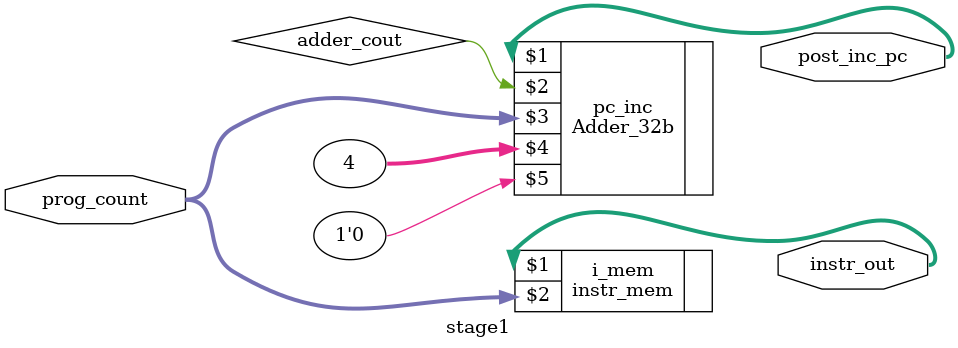
<source format=v>
`timescale 1ns / 1ps
module stage1(instr_out, post_inc_pc, prog_count);

	output 	[31:0]	instr_out, post_inc_pc;
	input	[31:0]	prog_count;
	
	parameter INC_VAL = 32'h00000004, CARRY_IN = 1'b0;
	
	wire			adder_cout;
	
instr_mem i_mem(instr_out, prog_count);
							
Adder_32b pc_inc(post_inc_pc, adder_cout, prog_count, INC_VAL, CARRY_IN);
							//Sum, Cout, x, y, Cin
	
endmodule

</source>
